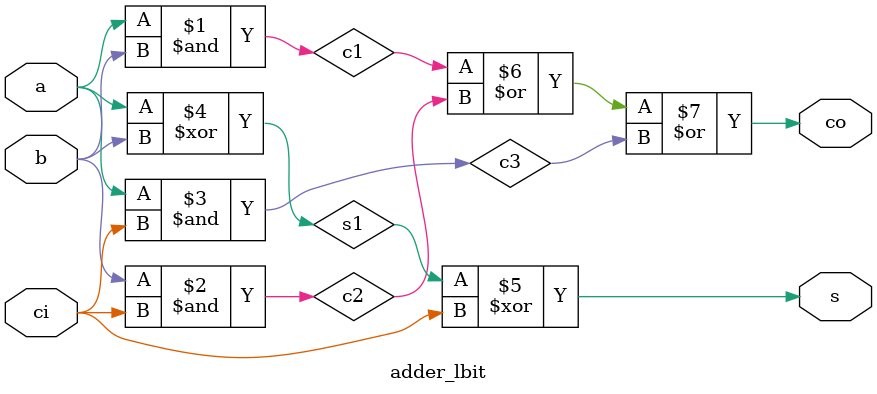
<source format=v>
`timescale 1ns / 1ps
module adder_lbit(
    input a,
    input b,
    input ci,
    output s,
    output co
    );
    wire s1,c1,c2,c3;
    and (c1,a,b),
        (c2,b,ci),
        (c3,a,ci);
        
    xor (s1,a,b),
        (s,s1,ci);               
    or  (co,c1,c2,c3);
endmodule

</source>
